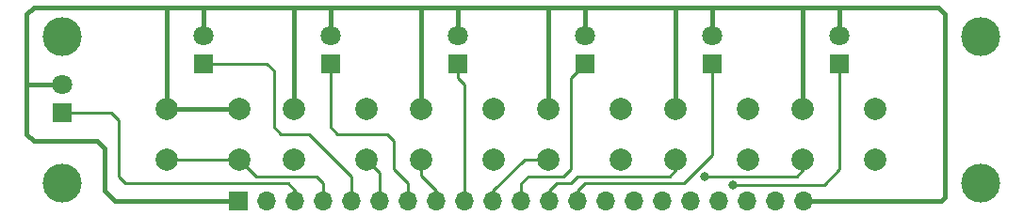
<source format=gtl>
G04 #@! TF.GenerationSoftware,KiCad,Pcbnew,(5.1.8)-1*
G04 #@! TF.CreationDate,2022-07-15T00:36:28+02:00*
G04 #@! TF.ProjectId,BulkyMIDI-32 Audio Switch Panel,42756c6b-794d-4494-9449-2d3332204175,rev?*
G04 #@! TF.SameCoordinates,Original*
G04 #@! TF.FileFunction,Copper,L1,Top*
G04 #@! TF.FilePolarity,Positive*
%FSLAX46Y46*%
G04 Gerber Fmt 4.6, Leading zero omitted, Abs format (unit mm)*
G04 Created by KiCad (PCBNEW (5.1.8)-1) date 2022-07-15 00:36:28*
%MOMM*%
%LPD*%
G01*
G04 APERTURE LIST*
G04 #@! TA.AperFunction,ComponentPad*
%ADD10R,1.700000X1.700000*%
G04 #@! TD*
G04 #@! TA.AperFunction,ComponentPad*
%ADD11O,1.700000X1.700000*%
G04 #@! TD*
G04 #@! TA.AperFunction,ComponentPad*
%ADD12C,3.500000*%
G04 #@! TD*
G04 #@! TA.AperFunction,ComponentPad*
%ADD13C,1.800000*%
G04 #@! TD*
G04 #@! TA.AperFunction,ComponentPad*
%ADD14R,1.800000X1.800000*%
G04 #@! TD*
G04 #@! TA.AperFunction,ComponentPad*
%ADD15C,2.000000*%
G04 #@! TD*
G04 #@! TA.AperFunction,ViaPad*
%ADD16C,0.800000*%
G04 #@! TD*
G04 #@! TA.AperFunction,Conductor*
%ADD17C,0.381000*%
G04 #@! TD*
G04 #@! TA.AperFunction,Conductor*
%ADD18C,0.250000*%
G04 #@! TD*
G04 APERTURE END LIST*
D10*
X115690000Y-130810000D03*
D11*
X118230000Y-130810000D03*
X120770000Y-130810000D03*
X123310000Y-130810000D03*
X125850000Y-130810000D03*
X128390000Y-130810000D03*
X130930000Y-130810000D03*
X133470000Y-130810000D03*
X136010000Y-130810000D03*
X138550000Y-130810000D03*
X141090000Y-130810000D03*
X143630000Y-130810000D03*
X146170000Y-130810000D03*
X148710000Y-130810000D03*
X151250000Y-130810000D03*
X153790000Y-130810000D03*
X156330000Y-130810000D03*
X158870000Y-130810000D03*
X161410000Y-130810000D03*
X163950000Y-130810000D03*
X166490000Y-130810000D03*
D12*
X99815000Y-129199000D03*
X182365000Y-129199000D03*
X182365000Y-115949000D03*
X99815000Y-115949000D03*
D13*
X112515000Y-115864000D03*
D14*
X112515000Y-118404000D03*
X123945000Y-118404000D03*
D13*
X123945000Y-115864000D03*
X135375000Y-115864000D03*
D14*
X135375000Y-118404000D03*
X146805000Y-118404000D03*
D13*
X146805000Y-115864000D03*
X158235000Y-115864000D03*
D14*
X158235000Y-118404000D03*
X169665000Y-118404000D03*
D13*
X169665000Y-115864000D03*
D14*
X99815000Y-122849000D03*
D13*
X99815000Y-120309000D03*
D15*
X109265000Y-127004000D03*
X109265000Y-122504000D03*
X115765000Y-127004000D03*
X115765000Y-122504000D03*
X127195000Y-122504000D03*
X127195000Y-127004000D03*
X120695000Y-122504000D03*
X120695000Y-127004000D03*
X138625000Y-122504000D03*
X138625000Y-127004000D03*
X132125000Y-122504000D03*
X132125000Y-127004000D03*
X143555000Y-127004000D03*
X143555000Y-122504000D03*
X150055000Y-127004000D03*
X150055000Y-122504000D03*
X161485000Y-122504000D03*
X161485000Y-127004000D03*
X154985000Y-122504000D03*
X154985000Y-127004000D03*
X166415000Y-127004000D03*
X166415000Y-122504000D03*
X172915000Y-127004000D03*
X172915000Y-122504000D03*
D16*
X160140000Y-129289000D03*
X157600000Y-128564000D03*
D17*
X97275000Y-113324000D02*
X96640000Y-113959000D01*
X179190000Y-113959000D02*
X178555000Y-113324000D01*
X179190000Y-130469000D02*
X179190000Y-113959000D01*
X178849000Y-130810000D02*
X179190000Y-130469000D01*
X166490000Y-130810000D02*
X178849000Y-130810000D01*
X99815000Y-120309000D02*
X96640000Y-120309000D01*
X96640000Y-113959000D02*
X96640000Y-120309000D01*
X96640000Y-124754000D02*
X97275000Y-125389000D01*
X96640000Y-120309000D02*
X96640000Y-124754000D01*
X112515000Y-115864000D02*
X112515000Y-113324000D01*
X123945000Y-115864000D02*
X123945000Y-113324000D01*
X124580000Y-113324000D02*
X125850000Y-113324000D01*
X135375000Y-115864000D02*
X135375000Y-113324000D01*
X156330000Y-113324000D02*
X166490000Y-113324000D01*
X115690000Y-130810000D02*
X104601000Y-130810000D01*
X104601000Y-130810000D02*
X103625000Y-129834000D01*
X103625000Y-126024000D02*
X102990000Y-125389000D01*
X103625000Y-129834000D02*
X103625000Y-126024000D01*
X97275000Y-125389000D02*
X102990000Y-125389000D01*
X146805000Y-115864000D02*
X146805000Y-113324000D01*
X146170000Y-113324000D02*
X146805000Y-113324000D01*
X158235000Y-115864000D02*
X158235000Y-113324000D01*
X109265000Y-122504000D02*
X115765000Y-122504000D01*
X109265000Y-113399000D02*
X109340000Y-113324000D01*
X109265000Y-122504000D02*
X109265000Y-113399000D01*
X109340000Y-113324000D02*
X97275000Y-113324000D01*
X115690000Y-113324000D02*
X109340000Y-113324000D01*
X120695000Y-113399000D02*
X120770000Y-113324000D01*
X120695000Y-122504000D02*
X120695000Y-113399000D01*
X120770000Y-113324000D02*
X115690000Y-113324000D01*
X124580000Y-113324000D02*
X120770000Y-113324000D01*
X132125000Y-113399000D02*
X132200000Y-113324000D01*
X132125000Y-122504000D02*
X132125000Y-113399000D01*
X132200000Y-113324000D02*
X136010000Y-113324000D01*
X125850000Y-113324000D02*
X132200000Y-113324000D01*
X143555000Y-122504000D02*
X143555000Y-113399000D01*
X143555000Y-113399000D02*
X143630000Y-113324000D01*
X143630000Y-113324000D02*
X146170000Y-113324000D01*
X136010000Y-113324000D02*
X143630000Y-113324000D01*
X154985000Y-113399000D02*
X155060000Y-113324000D01*
X154985000Y-122504000D02*
X154985000Y-113399000D01*
X155060000Y-113324000D02*
X156330000Y-113324000D01*
X146805000Y-113324000D02*
X155060000Y-113324000D01*
X166415000Y-113399000D02*
X166490000Y-113324000D01*
X166415000Y-122504000D02*
X166415000Y-113399000D01*
X169665000Y-115864000D02*
X169665000Y-113324000D01*
X169665000Y-113324000D02*
X178555000Y-113324000D01*
X166490000Y-113324000D02*
X169665000Y-113324000D01*
D18*
X118230000Y-118404000D02*
X112515000Y-118404000D01*
X118865000Y-119039000D02*
X118230000Y-118404000D01*
X118865000Y-124119000D02*
X118865000Y-119039000D01*
X119500000Y-124754000D02*
X118865000Y-124119000D01*
X122040000Y-124754000D02*
X119500000Y-124754000D01*
X125850000Y-128564000D02*
X122040000Y-124754000D01*
X125850000Y-130810000D02*
X125850000Y-128564000D01*
X130930000Y-129199000D02*
X130930000Y-130810000D01*
X129660000Y-125389000D02*
X129660000Y-127929000D01*
X129025000Y-124754000D02*
X129660000Y-125389000D01*
X124580000Y-124754000D02*
X129025000Y-124754000D01*
X129660000Y-127929000D02*
X130930000Y-129199000D01*
X123945000Y-124119000D02*
X124580000Y-124754000D01*
X123945000Y-118404000D02*
X123945000Y-124119000D01*
X135375000Y-119674000D02*
X135375000Y-118404000D01*
X136010000Y-120309000D02*
X135375000Y-119674000D01*
X136010000Y-130810000D02*
X136010000Y-120309000D01*
X145535000Y-119674000D02*
X146805000Y-118404000D01*
X145535000Y-127929000D02*
X145535000Y-119674000D01*
X141725000Y-128564000D02*
X144900000Y-128564000D01*
X141090000Y-129199000D02*
X141725000Y-128564000D01*
X144900000Y-128564000D02*
X145535000Y-127929000D01*
X141090000Y-130810000D02*
X141090000Y-129199000D01*
X146170000Y-129834000D02*
X146170000Y-130810000D01*
X146805000Y-129199000D02*
X146170000Y-129834000D01*
X155695000Y-129199000D02*
X146805000Y-129199000D01*
X158235000Y-126659000D02*
X155695000Y-129199000D01*
X158235000Y-118404000D02*
X158235000Y-126659000D01*
X160140000Y-129289000D02*
X168305000Y-129289000D01*
X169665000Y-127929000D02*
X169665000Y-118404000D01*
X168305000Y-129289000D02*
X169665000Y-127929000D01*
X104895000Y-123484000D02*
X104260000Y-122849000D01*
X104895000Y-128564000D02*
X104895000Y-123484000D01*
X105530000Y-129199000D02*
X104895000Y-128564000D01*
X104260000Y-122849000D02*
X99815000Y-122849000D01*
X120135000Y-129199000D02*
X105530000Y-129199000D01*
X120770000Y-129834000D02*
X120135000Y-129199000D01*
X120770000Y-130810000D02*
X120770000Y-129834000D01*
X109265000Y-127004000D02*
X115765000Y-127004000D01*
X115765000Y-127004000D02*
X117325000Y-128564000D01*
X117325000Y-128564000D02*
X122675000Y-128564000D01*
X123310000Y-129199000D02*
X123310000Y-130810000D01*
X122675000Y-128564000D02*
X123310000Y-129199000D01*
X128390000Y-128199000D02*
X127195000Y-127004000D01*
X128390000Y-130810000D02*
X128390000Y-128199000D01*
X132125000Y-127004000D02*
X132125000Y-128489000D01*
X133470000Y-129834000D02*
X133470000Y-130810000D01*
X132125000Y-128489000D02*
X133470000Y-129834000D01*
X138550000Y-129834000D02*
X138550000Y-130810000D01*
X141380000Y-127004000D02*
X138550000Y-129834000D01*
X143555000Y-127004000D02*
X141380000Y-127004000D01*
X143630000Y-130810000D02*
X143630000Y-129834000D01*
X143630000Y-129834000D02*
X144265000Y-129199000D01*
X144265000Y-129199000D02*
X145535000Y-129199000D01*
X145535000Y-129199000D02*
X146170000Y-128564000D01*
X146170000Y-128564000D02*
X154425000Y-128564000D01*
X154985000Y-128004000D02*
X154985000Y-127004000D01*
X154425000Y-128564000D02*
X154985000Y-128004000D01*
X166415000Y-128004000D02*
X166415000Y-127004000D01*
X165855000Y-128564000D02*
X166415000Y-128004000D01*
X157600000Y-128564000D02*
X165855000Y-128564000D01*
M02*

</source>
